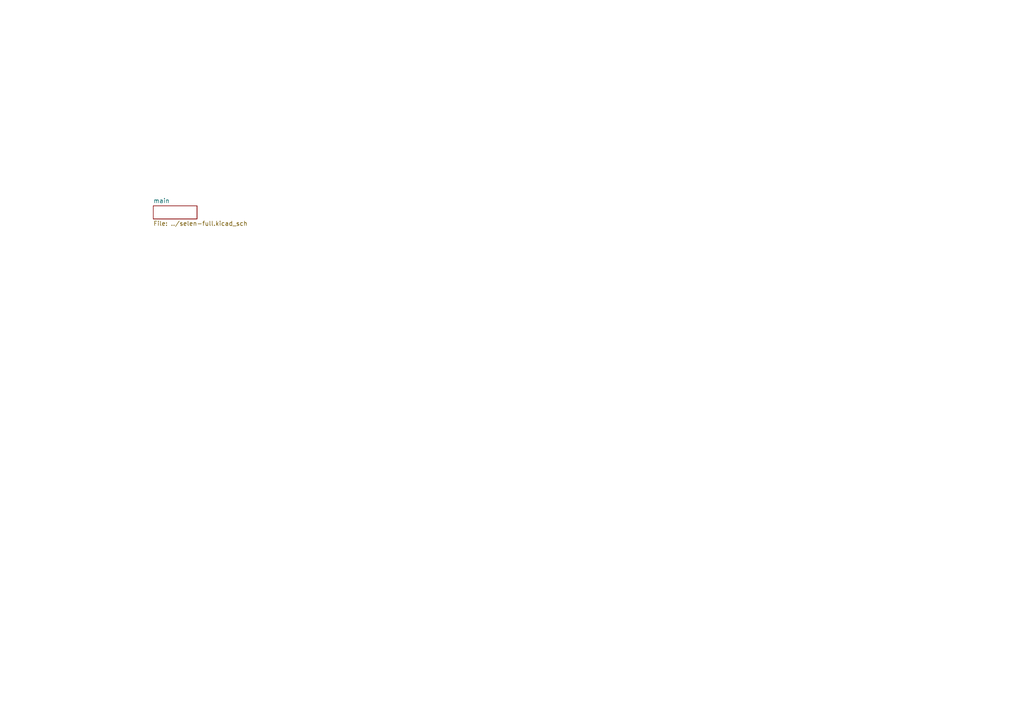
<source format=kicad_sch>
(kicad_sch (version 20211123) (generator eeschema)
  (paper "A4")
  (lib_symbols)
  (sheet (at 44.45 59.69) (size 12.7 3.81) (stroke (width 0.1524))
    (property "Sheet name" "main" (at 44.45 58.9784 0) (effects (justify left bottom)))
    (property "Sheet file" "../selen-full.kicad_sch" (at 44.45 64.0846 0) (effects (justify left top)))
  )
)
</source>
